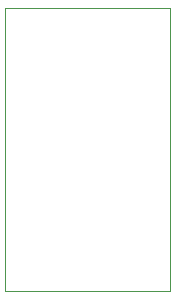
<source format=gbr>
G04 #@! TF.GenerationSoftware,KiCad,Pcbnew,7.0.6-7.0.6~ubuntu22.04.1*
G04 #@! TF.CreationDate,2023-07-13T09:30:30+02:00*
G04 #@! TF.ProjectId,ddr4,64647234-2e6b-4696-9361-645f70636258,rev?*
G04 #@! TF.SameCoordinates,Original*
G04 #@! TF.FileFunction,Profile,NP*
%FSLAX46Y46*%
G04 Gerber Fmt 4.6, Leading zero omitted, Abs format (unit mm)*
G04 Created by KiCad (PCBNEW 7.0.6-7.0.6~ubuntu22.04.1) date 2023-07-13 09:30:30*
%MOMM*%
%LPD*%
G01*
G04 APERTURE LIST*
G04 #@! TA.AperFunction,Profile*
%ADD10C,0.100000*%
G04 #@! TD*
G04 APERTURE END LIST*
D10*
X140000000Y-86000000D02*
X154000000Y-86000000D01*
X154000000Y-110000000D01*
X140000000Y-110000000D01*
X140000000Y-86000000D01*
M02*

</source>
